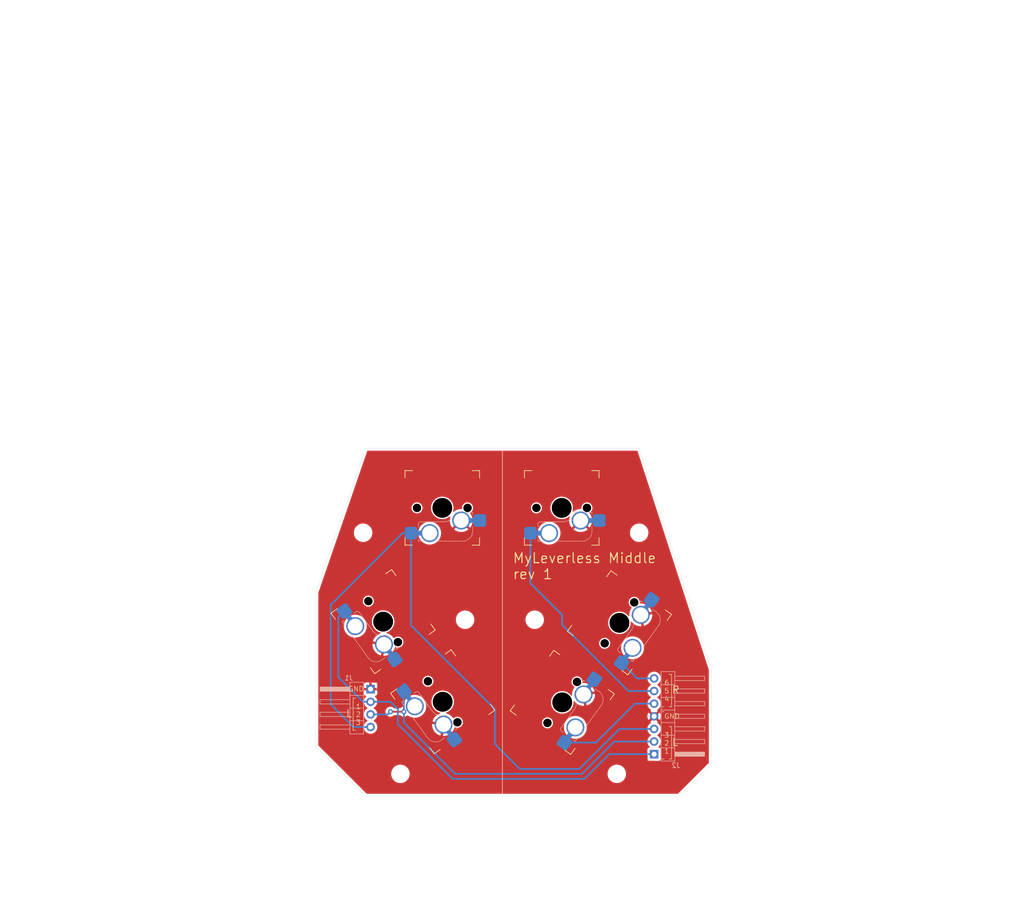
<source format=kicad_pcb>
(kicad_pcb (version 20241229) (generator "pcbnew") (generator_version "9.0")
  (layers (0 "F.Cu" signal) (2 "B.Cu" signal) (13 "F.Paste" user) (15 "B.Paste" user) (5 "F.SilkS" user "F.Silkscreen") (7 "B.SilkS" user "B.Silkscreen") (1 "F.Mask" user) (3 "B.Mask" user) (25 "Edge.Cuts" user))
  (net 0 "")
  (net 1 "M_SW3")
  (net 2 "M_SW1")
  (net 3 "M_SW2")
  (net 4 "M_SW6")
  (net 5 "M_SW4")
  (net 6 "GND")
  (net 7 "M_SW5")
  (footprint "KeySwitches:SW_MX_HotSwap_PTH" (layer "F.Cu") (at 106.42 115.000001)
    (property "Reference" "SW3" (hide yes))
    (property "Value" "SW_Push" (hide yes))
    (fp_line (start -7.5 -7.5) (end -7.5 -6) (stroke (width 0.14)) (layer "F.SilkS"))
    (fp_line (start -7.5 -7.5) (end -6 -7.5) (stroke (width 0.14)) (layer "F.SilkS"))
    (fp_line (start -7.5 7.5) (end -7.5 6) (stroke (width 0.14)) (layer "F.SilkS"))
    (fp_line (start -7.5 7.5) (end -6 7.5) (stroke (width 0.14)) (layer "F.SilkS"))
    (fp_line (start 7.5 -7.5) (end 6 -7.5) (stroke (width 0.14)) (layer "F.SilkS"))
    (fp_line (start 7.5 -7.5) (end 7.5 -6) (stroke (width 0.14)) (layer "F.SilkS"))
    (fp_line (start 7.5 7.5) (end 6 7.5) (stroke (width 0.14)) (layer "F.SilkS"))
    (fp_line (start 7.5 7.5) (end 7.5 6) (stroke (width 0.14)) (layer "F.SilkS"))
    (fp_line (start -4.8 3.8) (end -4.8 3.3) (stroke (width 0.1)) (layer "B.SilkS"))
    (fp_line (start -4.8 6.7) (end -4.8 6.3) (stroke (width 0.1)) (layer "B.SilkS"))
    (fp_line (start -4.3 2.8) (end -0.2 2.8) (stroke (width 0.1)) (layer "B.SilkS"))
    (fp_line (start -3.7 6.7) (end -4.8 6.7) (stroke (width 0.1)) (layer "B.SilkS"))
    (fp_line (start 4.1 6.7) (end -1.4 6.7) (stroke (width 0.1)) (layer "B.SilkS"))
    (fp_line (start 6.1 0.9) (end 4.8 0.900001) (stroke (width 0.1)) (layer "B.SilkS"))
    (fp_line (start 6.1 0.9) (end 6.1 1.3) (stroke (width 0.1)) (layer "B.SilkS"))
    (fp_line (start 6.1 3.8) (end 6.1 4.7) (stroke (width 0.1)) (layer "B.SilkS"))
    (fp_arc (start -4.8 3.3) (mid -4.653553 2.946447) (end -4.3 2.8) (stroke (width 0.1)) (layer "B.SilkS"))
    (fp_arc (start 0.300049 2.796514) (mid 0.050035 2.79971) (end -0.2 2.8) (stroke (width 0.1)) (layer "B.SilkS"))
    (fp_arc (start 2 2) (mid 1.238078 2.585416) (end 0.300049 2.793596) (stroke (width 0.1)) (layer "B.SilkS"))
    (fp_arc (start 2.401036 1.294955) (mid 2.541271 1.03763) (end 2.8 0.900001) (stroke (width 0.1)) (layer "B.SilkS"))
    (fp_arc (start 6.1 4.7) (mid 5.514214 6.114214) (end 4.1 6.7) (stroke (width 0.1)) (layer "B.SilkS"))
    (pad "" np_thru_hole circle (at -5.08 0) (size 1.7 1.7) (drill 1.7) (layers "*.Mask"))
    (pad "" np_thru_hole circle (at 0 0) (size 4 4) (drill 4) (layers "*.Mask"))
    (pad "" np_thru_hole circle (at 5.08 0) (size 1.7 1.7) (drill 1.7) (layers "*.Mask"))
    (pad "1" smd roundrect (at -6.29 5.08) (size 2.5 2.55) (layers "B.Cu" "B.Mask" "B.Paste") (roundrect_rratio 0.2) (net 1 "M_SW3"))
    (pad "1" smd rect (at -4.5 5.08) (size 3 1) (layers "B.Cu") (net 1 "M_SW3"))
    (pad "1" thru_hole circle (at -2.54 5.08) (size 3.6 3.6) (drill 3) (layers "*.Cu" "B.Mask") (net 1 "M_SW3"))
    (pad "2" thru_hole circle (at 3.81 2.54) (size 3.6 3.6) (drill 3) (layers "*.Cu" "B.Mask") (net 6 "GND"))
    (pad "2" smd rect (at 6 2.54) (size 3 1) (layers "B.Cu") (net 6 "GND"))
    (pad "2" smd roundrect (at 7.56 2.54) (size 2.5 2.55) (layers "B.Cu" "B.Mask" "B.Paste") (roundrect_rratio 0.2) (net 6 "GND"))
  )
  (footprint "MountingHole:MountingHole_3.2mm_M3_DIN965" (layer "F.Cu") (at 146 120)
    (property "Reference" "H1" (hide yes))
    (property "Value" "MountingHole" (hide yes))
    (pad "" np_thru_hole circle (at 0 0) (size 3.2 3.2) (drill 3.2) (layers "*.Cu" "*.Mask"))
  )
  (footprint "MountingHole:MountingHole_3.2mm_M3_DIN965" (layer "F.Cu") (at 98 168.5)
    (property "Reference" "H3" (hide yes))
    (property "Value" "MountingHole" (hide yes))
    (pad "" np_thru_hole circle (at 0 0) (size 3.2 3.2) (drill 3.2) (layers "*.Cu" "*.Mask"))
  )
  (footprint "KeySwitches:SW_MX_HotSwap_PTH" (layer "F.Cu") (at 106.5 154 -54.23)
    (property "Reference" "SW2" (hide yes))
    (property "Value" "SW_Push" (hide yes))
    (fp_line (start -7.5 7.5) (end -6 7.5) (stroke (width 0.14)) (layer "F.SilkS"))
    (fp_line (start -7.5 7.5) (end -7.5 6) (stroke (width 0.14)) (layer "F.SilkS"))
    (fp_line (start 7.5 7.5) (end 6 7.5) (stroke (width 0.14)) (layer "F.SilkS"))
    (fp_line (start 7.5 7.5) (end 7.5 6) (stroke (width 0.14)) (layer "F.SilkS"))
    (fp_line (start -7.5 -7.5) (end -7.5 -6) (stroke (width 0.14)) (layer "F.SilkS"))
    (fp_line (start -7.5 -7.5) (end -6 -7.5) (stroke (width 0.14)) (layer "F.SilkS"))
    (fp_line (start 7.5 -7.5) (end 7.5 -6) (stroke (width 0.14)) (layer "F.SilkS"))
    (fp_line (start 7.5 -7.5) (end 6 -7.5) (stroke (width 0.14)) (layer "F.SilkS"))
    (fp_line (start -4.8 6.7) (end -4.8 6.3) (stroke (width 0.1)) (layer "B.SilkS"))
    (fp_line (start -3.7 6.7) (end -4.8 6.7) (stroke (width 0.1)) (layer "B.SilkS"))
    (fp_line (start -4.8 3.8) (end -4.8 3.3) (stroke (width 0.1)) (layer "B.SilkS"))
    (fp_line (start -4.3 2.8) (end -0.2 2.8) (stroke (width 0.1)) (layer "B.SilkS"))
    (fp_line (start 4.1 6.7) (end -1.4 6.7) (stroke (width 0.1)) (layer "B.SilkS"))
    (fp_line (start 6.1 3.8) (end 6.1 4.7) (stroke (width 0.1)) (layer "B.SilkS"))
    (fp_line (start 6.1 0.9) (end 4.8 0.900001) (stroke (width 0.1)) (layer "B.SilkS"))
    (fp_line (start 6.1 0.9) (end 6.1 1.3) (stroke (width 0.1)) (layer "B.SilkS"))
    (fp_arc (start -4.8 3.3) (mid -4.653553 2.946447) (end -4.3 2.8) (stroke (width 0.1)) (layer "B.SilkS"))
    (fp_arc (start 0.300049 2.796514) (mid 0.050035 2.799711) (end -0.2 2.8) (stroke (width 0.1)) (layer "B.SilkS"))
    (fp_arc (start 2 2) (mid 1.238078 2.585416) (end 0.30005 2.793596) (stroke (width 0.1)) (layer "B.SilkS"))
    (fp_arc (start 6.1 4.7) (mid 5.514214 6.114214) (end 4.1 6.7) (stroke (width 0.1)) (layer "B.SilkS"))
    (fp_arc (start 2.401036 1.294955) (mid 2.541271 1.03763) (end 2.8 0.900001) (stroke (width 0.1)) (layer "B.SilkS"))
    (pad "" np_thru_hole circle (at -5.08 0 305.77) (size 1.7 1.7) (drill 1.7) (layers "*.Mask"))
    (pad "" np_thru_hole circle (at 0 0 305.77) (size 4 4) (drill 4) (layers "*.Mask"))
    (pad "" np_thru_hole circle (at 5.08 0 305.77) (size 1.7 1.7) (drill 1.7) (layers "*.Mask"))
    (pad "1" smd roundrect (at -6.29 5.08 305.77) (size 2.5 2.55) (layers "B.Cu" "B.Mask" "B.Paste") (roundrect_rratio 0.2) (net 3 "M_SW2"))
    (pad "1" smd rect (at -4.5 5.08 305.77) (size 3 1) (layers "B.Cu") (net 3 "M_SW2"))
    (pad "1" thru_hole circle (at -2.54 5.08 305.77) (size 3.6 3.6) (drill 3) (layers "*.Cu" "B.Mask") (net 3 "M_SW2"))
    (pad "2" thru_hole circle (at 3.81 2.54 305.77) (size 3.6 3.6) (drill 3) (layers "*.Cu" "B.Mask") (net 6 "GND"))
    (pad "2" smd rect (at 6 2.54 305.77) (size 3 1) (layers "B.Cu") (net 6 "GND"))
    (pad "2" smd roundrect (at 7.56 2.54 305.77) (size 2.5 2.55) (layers "B.Cu" "B.Mask" "B.Paste") (roundrect_rratio 0.2) (net 6 "GND"))
  )
  (footprint "KeySwitches:SW_MX_HotSwap_PTH" (layer "F.Cu") (at 130.530572 154.121759 54.23)
    (property "Reference" "SW4" (hide yes))
    (property "Value" "SW_Push" (hide yes))
    (fp_line (start -7.5 -7.5) (end -6 -7.5) (stroke (width 0.14)) (layer "F.SilkS"))
    (fp_line (start -7.5 -7.5) (end -7.499999 -6) (stroke (width 0.14)) (layer "F.SilkS"))
    (fp_line (start 7.5 -7.5) (end 6 -7.499999) (stroke (width 0.14)) (layer "F.SilkS"))
    (fp_line (start 7.5 -7.5) (end 7.5 -6) (stroke (width 0.14)) (layer "F.SilkS"))
    (fp_line (start -7.5 7.5) (end -7.5 6) (stroke (width 0.14)) (layer "F.SilkS"))
    (fp_line (start -7.5 7.5) (end -6 7.499999) (stroke (width 0.14)) (layer "F.SilkS"))
    (fp_line (start 7.5 7.5) (end 7.499999 6) (stroke (width 0.14)) (layer "F.SilkS"))
    (fp_line (start 7.5 7.5) (end 6 7.5) (stroke (width 0.14)) (layer "F.SilkS"))
    (fp_line (start -4.300001 2.8) (end -0.200001 2.8) (stroke (width 0.1)) (layer "B.SilkS"))
    (fp_line (start -4.8 3.8) (end -4.8 3.3) (stroke (width 0.1)) (layer "B.SilkS"))
    (fp_line (start -4.8 6.7) (end -4.800001 6.3) (stroke (width 0.1)) (layer "B.SilkS"))
    (fp_line (start -3.7 6.700001) (end -4.8 6.7) (stroke (width 0.1)) (layer "B.SilkS"))
    (fp_line (start 6.100001 0.9) (end 4.799999 0.900002) (stroke (width 0.1)) (layer "B.SilkS"))
    (fp_line (start 6.100001 0.9) (end 6.1 1.3) (stroke (width 0.1)) (layer "B.SilkS"))
    (fp_line (start 6.1 3.8) (end 6.1 4.7) (stroke (width 0.1)) (layer "B.SilkS"))
    (fp_line (start 4.1 6.7) (end -1.399999 6.7) (stroke (width 0.1)) (layer "B.SilkS"))
    (fp_arc (start -4.8 3.3) (mid -4.653553 2.946447) (end -4.300001 2.8) (stroke (width 0.1)) (layer "B.SilkS"))
    (fp_arc (start 0.300049 2.796514) (mid 0.050035 2.79971) (end -0.200001 2.8) (stroke (width 0.1)) (layer "B.SilkS"))
    (fp_arc (start 2.401036 1.294955) (mid 2.541271 1.03763) (end 2.799999 0.900001) (stroke (width 0.1)) (layer "B.SilkS"))
    (fp_arc (start 2 2) (mid 1.238077 2.585416) (end 0.300049 2.793596) (stroke (width 0.1)) (layer "B.SilkS"))
    (fp_arc (start 6.1 4.7) (mid 5.514213 6.114214) (end 4.1 6.7) (stroke (width 0.1)) (layer "B.SilkS"))
    (pad "" np_thru_hole circle (at -5.08 -0.000001 54.23) (size 1.7 1.7) (drill 1.7) (layers "*.Mask"))
    (pad "" np_thru_hole circle (at 0 0 54.23) (size 4 4) (drill 4) (layers "*.Mask"))
    (pad "" np_thru_hole circle (at 5.08 0.000001 54.23) (size 1.7 1.7) (drill 1.7) (layers "*.Mask"))
    (pad "1" smd roundrect (at -6.29 5.080001 54.23) (size 2.5 2.55) (layers "B.Cu" "B.Mask" "B.Paste") (roundrect_rratio 0.2) (net 5 "M_SW4"))
    (pad "1" smd rect (at -4.500001 5.08 54.23) (size 3 1) (layers "B.Cu") (net 5 "M_SW4"))
    (pad "1" thru_hole circle (at -2.540001 5.079999 54.23) (size 3.6 3.6) (drill 3) (layers "*.Cu" "B.Mask") (net 5 "M_SW4"))
    (pad "2" thru_hole circle (at 3.81 2.54 54.23) (size 3.6 3.6) (drill 3) (layers "*.Cu" "B.Mask") (net 6 "GND"))
    (pad "2" smd rect (at 6.000001 2.54 54.23) (size 3 1) (layers "B.Cu") (net 6 "GND"))
    (pad "2" smd roundrect (at 7.56 2.540001 54.23) (size 2.5 2.55) (layers "B.Cu" "B.Mask" "B.Paste") (roundrect_rratio 0.2) (net 6 "GND"))
  )
  (footprint "MountingHole:MountingHole_3.2mm_M3_DIN965" (layer "F.Cu") (at 141.5 168.5)
    (property "Reference" "H2" (hide yes))
    (property "Value" "MountingHole" (hide yes))
    (pad "" np_thru_hole circle (at 0 0) (size 3.2 3.2) (drill 3.2) (layers "*.Cu" "*.Mask"))
  )
  (footprint "MountingHole:MountingHole_3.2mm_M3_DIN965" (layer "F.Cu") (at 111 137.5)
    (property "Reference" "H5" (hide yes))
    (property "Value" "MountingHole" (hide yes))
    (pad "" np_thru_hole circle (at 0 0) (size 3.2 3.2) (drill 3.2) (layers "*.Cu" "*.Mask"))
  )
  (footprint "MountingHole:MountingHole_3.2mm_M3_DIN965" (layer "F.Cu") (at 90.5 120)
    (property "Reference" "H4" (hide yes))
    (property "Value" "MountingHole" (hide yes))
    (pad "" np_thru_hole circle (at 0 0) (size 3.2 3.2) (drill 3.2) (layers "*.Cu" "*.Mask"))
  )
  (footprint "KeySwitches:SW_MX_HotSwap_PTH" (layer "F.Cu") (at 94.530572 137.878241 -54.23)
    (property "Reference" "SW1" (hide yes))
    (property "Value" "SW_Push" (hide yes))
    (fp_line (start -7.5 7.5) (end -6 7.5) (stroke (width 0.14)) (layer "F.SilkS"))
    (fp_line (start -7.5 7.5) (end -7.5 6) (stroke (width 0.14)) (layer "F.SilkS"))
    (fp_line (start 7.5 7.5) (end 6 7.5) (stroke (width 0.14)) (layer "F.SilkS"))
    (fp_line (start 7.5 7.5) (end 7.5 6) (stroke (width 0.14)) (layer "F.SilkS"))
    (fp_line (start -7.5 -7.5) (end -7.5 -6) (stroke (width 0.14)) (layer "F.SilkS"))
    (fp_line (start -7.5 -7.5) (end -6 -7.5) (stroke (width 0.14)) (layer "F.SilkS"))
    (fp_line (start 7.5 -7.5) (end 7.5 -6) (stroke (width 0.14)) (layer "F.SilkS"))
    (fp_line (start 7.5 -7.5) (end 6 -7.5) (stroke (width 0.14)) (layer "F.SilkS"))
    (fp_line (start -4.8 6.7) (end -4.8 6.3) (stroke (width 0.1)) (layer "B.SilkS"))
    (fp_line (start -3.7 6.7) (end -4.8 6.7) (stroke (width 0.1)) (layer "B.SilkS"))
    (fp_line (start -4.8 3.8) (end -4.8 3.3) (stroke (width 0.1)) (layer "B.SilkS"))
    (fp_line (start -4.3 2.8) (end -0.2 2.8) (stroke (width 0.1)) (layer "B.SilkS"))
    (fp_line (start 4.1 6.7) (end -1.4 6.7) (stroke (width 0.1)) (layer "B.SilkS"))
    (fp_line (start 6.1 3.8) (end 6.1 4.7) (stroke (width 0.1)) (layer "B.SilkS"))
    (fp_line (start 6.1 0.9) (end 4.8 0.900001) (stroke (width 0.1)) (layer "B.SilkS"))
    (fp_line (start 6.1 0.9) (end 6.1 1.3) (stroke (width 0.1)) (layer "B.SilkS"))
    (fp_arc (start -4.8 3.3) (mid -4.653553 2.946447) (end -4.3 2.8) (stroke (width 0.1)) (layer "B.SilkS"))
    (fp_arc (start 0.300049 2.796514) (mid 0.050035 2.799711) (end -0.2 2.8) (stroke (width 0.1)) (layer "B.SilkS"))
    (fp_arc (start 2 2) (mid 1.238078 2.585416) (end 0.30005 2.793596) (stroke (width 0.1)) (layer "B.SilkS"))
    (fp_arc (start 6.1 4.7) (mid 5.514214 6.114214) (end 4.1 6.7) (stroke (width 0.1)) (layer "B.SilkS"))
    (fp_arc (start 2.401036 1.294955) (mid 2.541271 1.03763) (end 2.8 0.900001) (stroke (width 0.1)) (layer "B.SilkS"))
    (pad "" np_thru_hole circle (at -5.08 0 305.77) (size 1.7 1.7) (drill 1.7) (layers "*.Mask"))
    (pad "" np_thru_hole circle (at 0 0 305.77) (size 4 4) (drill 4) (layers "*.Mask"))
    (pad "" np_thru_hole circle (at 5.08 0 305.77) (size 1.7 1.7) (drill 1.7) (layers "*.Mask"))
    (pad "1" smd roundrect (at -6.29 5.08 305.77) (size 2.5 2.55) (layers "B.Cu" "B.Mask" "B.Paste") (roundrect_rratio 0.2) (net 2 "M_SW1"))
    (pad "1" smd rect (at -4.5 5.08 305.77) (size 3 1) (layers "B.Cu") (net 2 "M_SW1"))
    (pad "1" thru_hole circle (at -2.54 5.08 305.77) (size 3.6 3.6) (drill 3) (layers "*.Cu" "B.Mask") (net 2 "M_SW1"))
    (pad "2" thru_hole circle (at 3.81 2.54 305.77) (size 3.6 3.6) (drill 3) (layers "*.Cu" "B.Mask") (net 6 "GND"))
    (pad "2" smd rect (at 6 2.54 305.77) (size 3 1) (layers "B.Cu") (net 6 "GND"))
    (pad "2" smd roundrect (at 7.56 2.54 305.77) (size 2.5 2.55) (layers "B.Cu" "B.Mask" "B.Paste") (roundrect_rratio 0.2) (net 6 "GND"))
  )
  (footprint "KeySwitches:SW_MX_HotSwap_PTH" (layer "F.Cu") (at 142.030573 138.12176 54.23)
    (property "Reference" "SW6" (hide yes))
    (property "Value" "SW_Push" (hide yes))
    (fp_line (start -7.5 -7.5) (end -6 -7.5) (stroke (width 0.14)) (layer "F.SilkS"))
    (fp_line (start -7.5 -7.5) (end -7.5 -6) (stroke (width 0.14)) (layer "F.SilkS"))
    (fp_line (start 7.5 -7.5) (end 6 -7.5) (stroke (width 0.14)) (layer "F.SilkS"))
    (fp_line (start 7.5 -7.5) (end 7.5 -6) (stroke (width 0.14)) (layer "F.SilkS"))
    (fp_line (start -7.5 7.5) (end -7.5 6) (stroke (width 0.14)) (layer "F.SilkS"))
    (fp_line (start -7.5 7.5) (end -6 7.5) (stroke (width 0.14)) (layer "F.SilkS"))
    (fp_line (start 7.5 7.5) (end 7.5 6) (stroke (width 0.14)) (layer "F.SilkS"))
    (fp_line (start 7.5 7.5) (end 6 7.5) (stroke (width 0.14)) (layer "F.SilkS"))
    (fp_line (start -4.3 2.8) (end -0.2 2.8) (stroke (width 0.1)) (layer "B.SilkS"))
    (fp_line (start -4.8 3.8) (end -4.8 3.3) (stroke (width 0.1)) (layer "B.SilkS"))
    (fp_line (start -4.8 6.7) (end -4.8 6.3) (stroke (width 0.1)) (layer "B.SilkS"))
    (fp_line (start -3.7 6.7) (end -4.8 6.7) (stroke (width 0.1)) (layer "B.SilkS"))
    (fp_line (start 6.1 0.9) (end 4.8 0.900001) (stroke (width 0.1)) (layer "B.SilkS"))
    (fp_line (start 6.1 0.9) (end 6.1 1.3) (stroke (width 0.1)) (layer "B.SilkS"))
    (fp_line (start 6.1 3.8) (end 6.1 4.7) (stroke (width 0.1)) (layer "B.SilkS"))
    (fp_line (start 4.1 6.7) (end -1.4 6.7) (stroke (width 0.1)) (layer "B.SilkS"))
    (fp_arc (start -4.8 3.3) (mid -4.653553 2.946447) (end -4.3 2.8) (stroke (width 0.1)) (layer "B.SilkS"))
    (fp_arc (start 0.300049 2.796514) (mid 0.050035 2.79971) (end -0.2 2.8) (stroke (width 0.1)) (layer "B.SilkS"))
    (fp_arc (start 2.401036 1.294955) (mid 2.541271 1.03763) (end 2.8 0.900001) (stroke (width 0.1)) (layer "B.SilkS"))
    (fp_arc (start 2 2) (mid 1.238078 2.585415) (end 0.300049 2.793596) (stroke (width 0.1)) (layer "B.SilkS"))
    (fp_arc (start 6.1 4.7) (mid 5.514213 6.114214) (end 4.1 6.7) (stroke (width 0.1)) (layer "B.SilkS"))
    (pad "" np_thru_hole circle (at -5.08 0 54.23) (size 1.7 1.7) (drill 1.7) (layers "*.Mask"))
    (pad "" np_thru_hole circle (at 0 0 54.23) (size 4 4) (drill 4) (layers "*.Mask"))
    (pad "" np_thru_hole circle (at 5.08 0 54.23) (size 1.7 1.7) (drill 1.7) (layers "*.Mask"))
    (pad "1" smd roundrect (at -6.29 5.079999 54.23) (size 2.5 2.55) (layers "B.Cu" "B.Mask" "B.Paste") (roundrect_rratio 0.2) (net 4 "M_SW6"))
    (pad "1" smd rect (at -4.5 5.08 54.23) (size 3 1) (layers "B.Cu") (net 4 "M_SW6"))
    (pad "1" thru_hole circle (at -2.54 5.08 54.23) (size 3.6 3.6) (drill 3) (layers "*.Cu" "B.Mask") (net 4 "M_SW6"))
    (pad "2" thru_hole circle (at 3.81 2.54 54.23) (size 3.6 3.6) (drill 3) (layers "*.Cu" "B.Mask") (net 6 "GND"))
    (pad "2" smd rect (at 6 2.54 54.23) (size 3 1) (layers "B.Cu") (net 6 "GND"))
    (pad "2" smd roundrect (at 7.560001 2.54 54.23) (size 2.5 2.55) (layers "B.Cu" "B.Mask" "B.Paste") (roundrect_rratio 0.2) (net 6 "GND"))
  )
  (footprint "KeySwitches:SW_MX_HotSwap_PTH" (layer "F.Cu") (at 130.42 115)
    (property "Reference" "SW5" (hide yes))
    (property "Value" "SW_Push" (hide yes))
    (fp_line (start -7.5 -7.5) (end -7.5 -6) (stroke (width 0.14)) (layer "F.SilkS"))
    (fp_line (start -7.5 -7.5) (end -6 -7.5) (stroke (width 0.14)) (layer "F.SilkS"))
    (fp_line (start -7.5 7.5) (end -7.5 6) (stroke (width 0.14)) (layer "F.SilkS"))
    (fp_line (start -7.5 7.5) (end -6 7.5) (stroke (width 0.14)) (layer "F.SilkS"))
    (fp_line (start 7.5 -7.5) (end 6 -7.5) (stroke (width 0.14)) (layer "F.SilkS"))
    (fp_line (start 7.5 -7.5) (end 7.5 -6) (stroke (width 0.14)) (layer "F.SilkS"))
    (fp_line (start 7.5 7.5) (end 6 7.5) (stroke (width 0.14)) (layer "F.SilkS"))
    (fp_line (start 7.5 7.5) (end 7.5 6) (stroke (width 0.14)) (layer "F.SilkS"))
    (fp_line (start -4.8 3.8) (end -4.8 3.3) (stroke (width 0.1)) (layer "B.SilkS"))
    (fp_line (start -4.8 6.7) (end -4.8 6.3) (stroke (width 0.1)) (layer "B.SilkS"))
    (fp_line (start -4.3 2.8) (end -0.2 2.8) (stroke (width 0.1)) (layer "B.SilkS"))
    (fp_line (start -3.7 6.7) (end -4.8 6.7) (stroke (width 0.1)) (layer "B.SilkS"))
    (fp_line (start 4.1 6.7) (end -1.4 6.7) (stroke (width 0.1)) (layer "B.SilkS"))
    (fp_line (start 6.1 0.9) (end 4.8 0.900001) (stroke (width 0.1)) (layer "B.SilkS"))
    (fp_line (start 6.1 0.9) (end 6.1 1.3) (stroke (width 0.1)) (layer "B.SilkS"))
    (fp_line (start 6.1 3.8) (end 6.1 4.7) (stroke (width 0.1)) (layer "B.SilkS"))
    (fp_arc (start -4.8 3.3) (mid -4.653553 2.946447) (end -4.3 2.8) (stroke (width 0.1)) (layer "B.SilkS"))
    (fp_arc (start 0.300049 2.796514) (mid 0.050035 2.79971) (end -0.2 2.8) (stroke (width 0.1)) (layer "B.SilkS"))
    (fp_arc (start 2 2) (mid 1.238078 2.585415) (end 0.300049 2.793596) (stroke (width 0.1)) (layer "B.SilkS"))
    (fp_arc (start 2.401036 1.294955) (mid 2.541271 1.03763) (end 2.8 0.900001) (stroke (width 0.1)) (layer "B.SilkS"))
    (fp_arc (start 6.1 4.7) (mid 5.514213 6.114214) (end 4.1 6.7) (stroke (width 0.1)) (layer "B.SilkS"))
    (pad "" np_thru_hole circle (at -5.08 0) (size 1.7 1.7) (drill 1.7) (layers "*.Mask"))
    (pad "" np_thru_hole circle (at 0 0) (size 4 4) (drill 4) (layers "*.Mask"))
    (pad "" np_thru_hole circle (at 5.08 0) (size 1.7 1.7) (drill 1.7) (layers "*.Mask"))
    (pad "1" smd roundrect (at -6.29 5.079999) (size 2.5 2.55) (layers "B.Cu" "B.Mask" "B.Paste") (roundrect_rratio 0.2) (net 7 "M_SW5"))
    (pad "1" smd rect (at -4.5 5.08) (size 3 1) (layers "B.Cu") (net 7 "M_SW5"))
    (pad "1" thru_hole circle (at -2.54 5.08) (size 3.6 3.6) (drill 3) (layers "*.Cu" "B.Mask") (net 7 "M_SW5"))
    (pad "2" thru_hole circle (at 3.81 2.54) (size 3.6 3.6) (drill 3) (layers "*.Cu" "B.Mask") (net 6 "GND"))
    (pad "2" smd rect (at 6 2.54) (size 3 1) (layers "B.Cu") (net 6 "GND"))
    (pad "2" smd roundrect (at 7.560001 2.54) (size 2.5 2.55) (layers "B.Cu" "B.Mask" "B.Paste") (roundrect_rratio 0.2) (net 6 "GND"))
  )
  (footprint "MountingHole:MountingHole_3.2mm_M3_DIN965" (layer "F.Cu") (at 125 137.5)
    (property "Reference" "H6" (hide yes))
    (property "Value" "MountingHole" (hide yes))
    (pad "" np_thru_hole circle (at 0 0) (size 3.2 3.2) (drill 3.2) (layers "*.Cu" "*.Mask"))
  )
  (footprint "Connector_PinHeader_2.54mm:PinHeader_1x07_P2.54mm_Horizontal" (layer "B.Cu") (at 149 164.54)
    (property "Reference" "J2" (at 4.385 2.27 0) (layer "B.SilkS") (effects (justify mirror)))
    (property "Value" "Middle")
    (fp_line (start -1.27 0) (end -1.27 1.27) (stroke (width 0.12)) (layer "B.SilkS"))
    (fp_line (start -1.27 1.27) (end 0 1.27) (stroke (width 0.12)) (layer "B.SilkS"))
    (fp_line (start 1.077358 -15.67) (end 1.39 -15.67) (stroke (width 0.12)) (layer "B.SilkS"))
    (fp_line (start 1.077358 -14.81) (end 1.39 -14.81) (stroke (width 0.12)) (layer "B.SilkS"))
    (fp_line (start 1.077358 -13.13) (end 1.39 -13.13) (stroke (width 0.12)) (layer "B.SilkS"))
    (fp_line (start 1.077358 -12.27) (end 1.39 -12.27) (stroke (width 0.12)) (layer "B.SilkS"))
    (fp_line (start 1.077358 -10.59) (end 1.39 -10.59) (stroke (width 0.12)) (layer "B.SilkS"))
    (fp_line (start 1.077358 -9.73) (end 1.39 -9.73) (stroke (width 0.12)) (layer "B.SilkS"))
    (fp_line (start 1.077358 -8.05) (end 1.39 -8.05) (stroke (width 0.12)) (layer "B.SilkS"))
    (fp_line (start 1.077358 -7.19) (end 1.39 -7.19) (stroke (width 0.12)) (layer "B.SilkS"))
    (fp_line (start 1.077358 -5.51) (end 1.39 -5.51) (stroke (width 0.12)) (layer "B.SilkS"))
    (fp_line (start 1.077358 -4.65) (end 1.39 -4.65) (stroke (width 0.12)) (layer "B.SilkS"))
    (fp_line (start 1.077358 -2.97) (end 1.39 -2.97) (stroke (width 0.12)) (layer "B.SilkS"))
    (fp_line (start 1.077358 -2.11) (end 1.39 -2.11) (stroke (width 0.12)) (layer "B.SilkS"))
    (fp_line (start 1.16 -0.43) (end 1.39 -0.43) (stroke (width 0.12)) (layer "B.SilkS"))
    (fp_line (start 1.16 0.43) (end 1.39 0.43) (stroke (width 0.12)) (layer "B.SilkS"))
    (fp_line (start 1.39 -16.62) (end 4.15 -16.62) (stroke (width 0.12)) (layer "B.SilkS"))
    (fp_line (start 1.39 -13.97) (end 4.15 -13.97) (stroke (width 0.12)) (layer "B.SilkS"))
    (fp_line (start 1.39 -11.43) (end 4.15 -11.43) (stroke (width 0.12)) (layer "B.SilkS"))
    (fp_line (start 1.39 -8.89) (end 4.15 -8.89) (stroke (width 0.12)) (layer "B.SilkS"))
    (fp_line (start 1.39 -6.35) (end 4.15 -6.35) (stroke (width 0.12)) (layer "B.SilkS"))
    (fp_line (start 1.39 -3.81) (end 4.15 -3.81) (stroke (width 0.12)) (layer "B.SilkS"))
    (fp_line (start 1.39 -1.27) (end 4.15 -1.27) (stroke (width 0.12)) (layer "B.SilkS"))
    (fp_line (start 1.39 1.38) (end 1.39 -16.62) (stroke (width 0.12)) (layer "B.SilkS"))
    (fp_line (start 4.15 -16.62) (end 4.15 1.38) (stroke (width 0.12)) (layer "B.SilkS"))
    (fp_line (start 4.15 -14.81) (end 10.15 -14.81) (stroke (width 0.12)) (layer "B.SilkS"))
    (fp_line (start 4.15 -12.27) (end 10.15 -12.27) (stroke (width 0.12)) (layer "B.SilkS"))
    (fp_line (start 4.15 -9.73) (end 10.15 -9.73) (stroke (width 0.12)) (layer "B.SilkS"))
    (fp_line (start 4.15 -7.19) (end 10.15 -7.19) (stroke (width 0.12)) (layer "B.SilkS"))
    (fp_line (start 4.15 -4.65) (end 10.15 -4.65) (stroke (width 0.12)) (layer "B.SilkS"))
    (fp_line (start 4.15 -2.11) (end 10.15 -2.11) (stroke (width 0.12)) (layer "B.SilkS"))
    (fp_line (start 4.15 1.38) (end 1.39 1.38) (stroke (width 0.12)) (layer "B.SilkS"))
    (fp_line (start 10.15 -15.67) (end 4.15 -15.67) (stroke (width 0.12)) (layer "B.SilkS"))
    (fp_line (start 10.15 -14.81) (end 10.15 -15.67) (stroke (width 0.12)) (layer "B.SilkS"))
    (fp_line (start 10.15 -13.13) (end 4.15 -13.13) (stroke (width 0.12)) (layer "B.SilkS"))
    (fp_line (start 10.15 -12.27) (end 10.15 -13.13) (stroke (width 0.12)) (layer "B.SilkS"))
    (fp_line (start 10.15 -10.59) (end 4.15 -10.59) (stroke (width 0.12)) (layer "B.SilkS"))
    (fp_line (start 10.15 -9.73) (end 10.15 -10.59) (stroke (width 0.12)) (layer "B.SilkS"))
    (fp_line (start 10.15 -8.05) (end 4.15 -8.05) (stroke (width 0.12)) (layer "B.SilkS"))
    (fp_line (start 10.15 -7.19) (end 10.15 -8.05) (stroke (width 0.12)) (layer "B.SilkS"))
    (fp_line (start 10.15 -5.51) (end 4.15 -5.51) (stroke (width 0.12)) (layer "B.SilkS"))
    (fp_line (start 10.15 -4.65) (end 10.15 -5.51) (stroke (width 0.12)) (layer "B.SilkS"))
    (fp_line (start 10.15 -2.97) (end 4.15 -2.97) (stroke (width 0.12)) (layer "B.SilkS"))
    (fp_line (start 10.15 -2.11) (end 10.15 -2.97) (stroke (width 0.12)) (layer "B.SilkS"))
    (fp_rect (start 4.15 0.43) (end 10.15 -0.43) (stroke (width 0.12)) (fill yes) (layer "B.SilkS"))
    (pad "1" thru_hole rect (at 0 0) (size 1.7 1.7) (drill 1) (layers "*.Cu" "*.Mask") (net 2 "M_SW1"))
    (pad "2" thru_hole circle (at 0 -2.54) (size 1.7 1.7) (drill 1) (layers "*.Cu" "*.Mask") (net 3 "M_SW2"))
    (pad "3" thru_hole circle (at 0 -5.08) (size 1.7 1.7) (drill 1) (layers "*.Cu" "*.Mask") (net 1 "M_SW3"))
    (pad "4" thru_hole circle (at 0 -7.62) (size 1.7 1.7) (drill 1) (layers "*.Cu" "*.Mask") (net 6 "GND"))
    (pad "5" thru_hole circle (at 0 -10.16) (size 1.7 1.7) (drill 1) (layers "*.Cu" "*.Mask") (net 5 "M_SW4"))
    (pad "6" thru_hole circle (at 0 -12.7) (size 1.7 1.7) (drill 1) (layers "*.Cu" "*.Mask") (net 7 "M_SW5"))
    (pad "7" thru_hole circle (at 0 -15.24) (size 1.7 1.7) (drill 1) (layers "*.Cu" "*.Mask") (net 4 "M_SW6"))
  )
  (footprint "Connector_PinHeader_2.54mm:PinHeader_1x04_P2.54mm_Horizontal" (layer "B.Cu") (at 92 151.46 180)
    (property "Reference" "J1" (at 4.385 2.27 0) (layer "B.SilkS") (effects (justify mirror)))
    (property "Value" "MiddleHalf")
    (fp_line (start 10.15 -2.11) (end 10.15 -2.97) (stroke (width 0.12)) (layer "B.SilkS"))
    (fp_line (start 10.15 -2.97) (end 4.15 -2.97) (stroke (width 0.12)) (layer "B.SilkS"))
    (fp_line (start 10.15 -4.65) (end 10.15 -5.51) (stroke (width 0.12)) (layer "B.SilkS"))
    (fp_line (start 10.15 -5.51) (end 4.15 -5.51) (stroke (width 0.12)) (layer "B.SilkS"))
    (fp_line (start 10.15 -7.19) (end 10.15 -8.05) (stroke (width 0.12)) (layer "B.SilkS"))
    (fp_line (start 10.15 -8.05) (end 4.15 -8.05) (stroke (width 0.12)) (layer "B.SilkS"))
    (fp_line (start 4.15 1.38) (end 1.39 1.38) (stroke (width 0.12)) (layer "B.SilkS"))
    (fp_line (start 4.15 -2.11) (end 10.15 -2.11) (stroke (width 0.12)) (layer "B.SilkS"))
    (fp_line (start 4.15 -4.65) (end 10.15 -4.65) (stroke (width 0.12)) (layer "B.SilkS"))
    (fp_line (start 4.15 -7.19) (end 10.15 -7.19) (stroke (width 0.12)) (layer "B.SilkS"))
    (fp_line (start 4.15 -9) (end 4.15 1.38) (stroke (width 0.12)) (layer "B.SilkS"))
    (fp_line (start 1.39 1.38) (end 1.39 -9) (stroke (width 0.12)) (layer "B.SilkS"))
    (fp_line (start 1.39 -1.27) (end 4.15 -1.27) (stroke (width 0.12)) (layer "B.SilkS"))
    (fp_line (start 1.39 -3.81) (end 4.15 -3.81) (stroke (width 0.12)) (layer "B.SilkS"))
    (fp_line (start 1.39 -6.35) (end 4.15 -6.35) (stroke (width 0.12)) (layer "B.SilkS"))
    (fp_line (start 1.39 -9) (end 4.15 -9) (stroke (width 0.12)) (layer "B.SilkS"))
    (fp_line (start 1.16 0.43) (end 1.39 0.43) (stroke (width 0.12)) (layer "B.SilkS"))
    (fp_line (start 1.16 -0.43) (end 1.39 -0.43) (stroke (width 0.12)) (layer "B.SilkS"))
    (fp_line (start 1.077358 -2.11) (end 1.39 -2.11) (stroke (width 0.12)) (layer "B.SilkS"))
    (fp_line (start 1.077358 -2.97) (end 1.39 -2.97) (stroke (width 0.12)) (layer "B.SilkS"))
    (fp_line (start 1.077358 -4.65) (end 1.39 -4.65) (stroke (width 0.12)) (layer "B.SilkS"))
    (fp_line (start 1.077358 -5.51) (end 1.39 -5.51) (stroke (width 0.12)) (layer "B.SilkS"))
    (fp_line (start 1.077358 -7.19) (end 1.39 -7.19) (stroke (width 0.12)) (layer "B.SilkS"))
    (fp_line (start 1.077358 -8.05) (end 1.39 -8.05) (stroke (width 0.12)) (layer "B.SilkS"))
    (fp_line (start -1.27 1.27) (end 0 1.27) (stroke (width 0.12)) (layer "B.SilkS"))
    (fp_line (start -1.27 0) (end -1.27 1.27) (stroke (width 0.12)) (layer "B.SilkS"))
    (fp_rect (start 4.15 0.43) (end 10.15 -0.43) (stroke (width 0.12)) (fill yes) (layer "B.SilkS"))
    (pad "1" thru_hole rect (at 0 0 180) (size 1.7 1.7) (drill 1) (layers "*.Cu" "*.Mask") (net 6 "GND"))
    (pad "2" thru_hole circle (at 0 -2.54 180) (size 1.7 1.7) (drill 1) (layers "*.Cu" "*.Mask") (net 2 "M_SW1"))
    (pad "3" thru_hole circle (at 0 -5.08 180) (size 1.7 1.7) (drill 1) (layers "*.Cu" "*.Mask") (net 3 "M_SW2"))
    (pad "4" thru_hole circle (at 0 -7.62 180) (size 1.7 1.7) (drill 1) (layers "*.Cu" "*.Mask") (net 1 "M_SW3"))
  )
  (gr_line (start 151 165.5) (end 150.5 165.5) (stroke (width 0.1)) (layer "F.SilkS"))
  (gr_line (start 88.5 153.25) (end 89 153.25) (stroke (width 0.1)) (layer "F.SilkS"))
  (gr_line (start 152.5 148.5) (end 152.5 155) (stroke (width 0.1)) (layer "F.SilkS"))
  (gr_line (start 150.5 155) (end 151 155) (stroke (width 0.1)) (layer "F.SilkS"))
  (gr_line (start 150.5 156) (end 151 156) (stroke (width 0.1)) (layer "F.SilkS"))
  (gr_line (start 88.5 153.25) (end 88.5 159.75) (stroke (width 0.1)) (layer "F.SilkS"))
  (gr_line (start 118.5 103.5) (end 118.5 172.5) (stroke (width 0.1)) (layer "F.SilkS"))
  (gr_line (start 89 159.75) (end 88.5 159.75) (stroke (width 0.1)) (layer "F.SilkS"))
  (gr_line (start 152.5 159) (end 152.5 165.5) (stroke (width 0.1)) (layer "F.SilkS"))
  (gr_line (start 152.5 155) (end 152 155) (stroke (width 0.1)) (layer "F.SilkS"))
  (gr_line (start 152 148.5) (end 152.5 148.5) (stroke (width 0.1)) (layer "F.SilkS"))
  (gr_line (start 152.5 165.5) (end 152 165.5) (stroke (width 0.1)) (layer "F.SilkS"))
  (gr_line (start 152 159) (end 152.5 159) (stroke (width 0.1)) (layer "F.SilkS"))
  (gr_line (start 118.5 103.5) (end 118.5 172.5) (stroke (width 0.1)) (layer "B.SilkS"))
  (gr_line (start 91 173) (end 81 163) (stroke (width 0.05)) (layer "Edge.Cuts"))
  (gr_line (start 81 163) (end 81 132) (stroke (width 0.05)) (layer "Edge.Cuts"))
  (gr_line (start 91 103) (end 146 103) (stroke (width 0.05)) (layer "Edge.Cuts"))
  (gr_line (start 146 103) (end 160.5 147.5) (stroke (width 0.05)) (layer "Edge.Cuts"))
  (gr_line (start 154 173) (end 91 173) (stroke (width 0.05)) (layer "Edge.Cuts"))
  (gr_line (start 160.5 147.5) (end 160.5 166.5) (stroke (width 0.05)) (layer "Edge.Cuts"))
  (gr_line (start 160.5 166.5) (end 154 173) (stroke (width 0.05)) (layer "Edge.Cuts"))
  (gr_line (start 81 132) (end 91 103) (stroke (width 0.05)) (layer "Edge.Cuts"))
  (gr_text "L" (at 152.5 163 0) (layer "F.SilkS") (effects (font (size 1.5 1.5)) (justify left bottom)))
  (gr_text "6\n5\n4" (at 151 154 0) (layer "F.SilkS") (effects (font (size 1 1) (thickness 0.1)) (justify left bottom)))
  (gr_text "R" (at 152.5 152.5 0) (layer "F.SilkS") (effects (font (size 1.5 1.5)) (justify left bottom)))
  (gr_text "GND" (at 87.5 152 0) (layer "F.SilkS") (effects (font (size 1 1) (thickness 0.1)) (justify left bottom)))
  (gr_text "1\n2\n3" (at 89 158.75 0) (layer "F.SilkS") (effects (font (size 1 1) (thickness 0.1)) (justify left bottom)))
  (gr_text "L" (at 87 157.25 0) (layer "F.SilkS") (effects (font (size 1.5 1.5)) (justify left bottom)))
  (gr_text "GND" (at 151 157.5 0) (layer "F.SilkS") (effects (font (size 1 1) (thickness 0.1)) (justify left bottom)))
  (gr_text "3\n2\n1" (at 151 164.5 0) (layer "F.SilkS") (effects (font (size 1 1) (thickness 0.1)) (justify left bottom)))
  (gr_text "MyLeverless Middle\nrev 1" (at 120.5 129.5 0) (layer "F.SilkS") (effects (font (size 2 2) (thickness 0.2)) (justify left bottom)))
  (segment (start 100.13 138.63) (end 117 155.5) (width 0.35) (layer "B.Cu") (net 1))
  (segment (start 100.13 120.08) (end 100.13 138.63) (width 0.35) (layer "B.Cu") (net 1))
  (segment (start 142.04 159.46) (end 149 159.46) (width 0.35) (layer "B.Cu") (net 1))
  (segment (start 84 154.5) (end 88.58 159.08) (width 0.35) (layer "B.Cu") (net 1))
  (segment (start 134 167.5) (end 142.04 159.46) (width 0.35) (layer "B.Cu") (net 1))
  (segment (start 100.13 120.08) (end 98.42 120.08) (width 0.35) (layer "B.Cu") (net 1))
  (segment (start 84 134.5) (end 84 154.5) (width 0.35) (layer "B.Cu") (net 1))
  (segment (start 117 155.5) (end 117 162.5) (width 0.35) (layer "B.Cu") (net 1))
  (segment (start 98.42 120.08) (end 84 134.5) (width 0.35) (layer "B.Cu") (net 1))
  (segment (start 117 162.5) (end 122 167.5) (width 0.35) (layer "B.Cu") (net 1))
  (segment (start 100.13 120.08) (end 101.92 120.080001) (width 0.35) (layer "B.Cu") (net 1))
  (segment (start 88.58 159.08) (end 92 159.08) (width 0.35) (layer "B.Cu") (net 1))
  (segment (start 122 167.5) (end 134 167.5) (width 0.35) (layer "B.Cu") (net 1))
  (segment (start 108.5 169.5) (end 135 169.5) (width 0.35) (layer "B.Cu") (net 2))
  (segment (start 140.04 164.54) (end 149 164.54) (width 0.35) (layer "B.Cu") (net 2))
  (segment (start 97.5 158.5) (end 108.5 169.5) (width 0.35) (layer "B.Cu") (net 2))
  (segment (start 86.732101 135.74415) (end 85.5 136.976251) (width 0.35) (layer "B.Cu") (net 2))
  (segment (start 140 164.5) (end 140.04 164.54) (width 0.35) (layer "B.Cu") (net 2))
  (segment (start 90.5 154) (end 92 154) (width 0.35) (layer "B.Cu") (net 2))
  (segment (start 92 154) (end 96 154) (width 0.35) (layer "B.Cu") (net 2))
  (segment (start 97.5 155.5) (end 97.5 158.5) (width 0.35) (layer "B.Cu") (net 2))
  (segment (start 85.5 149) (end 90.5 154) (width 0.35) (layer "B.Cu") (net 2))
  (segment (start 85.5 136.976251) (end 85.5 149) (width 0.35) (layer "B.Cu") (net 2))
  (segment (start 96 154) (end 97.5 155.5) (width 0.35) (layer "B.Cu") (net 2))
  (segment (start 135 169.5) (end 140 164.5) (width 0.35) (layer "B.Cu") (net 2))
  (segment (start 98.701529 156) (end 96 156) (width 0.35) (layer "F.Cu") (net 3))
  (via (at 96 156) (size 1) (drill 0.5) (layers "F.Cu" "B.Cu") (net 3))
  (via (at 98.701529 156) (size 1) (drill 0.5) (layers "F.Cu" "B.Cu") (net 3))
  (segment (start 134.5 168.5) (end 141 162) (width 0.35) (layer "B.Cu") (net 3))
  (segment (start 95.46 156.54) (end 92 156.54) (width 0.35) (layer "B.Cu") (net 3))
  (segment (start 109 168.5) (end 134.5 168.5) (width 0.35) (layer "B.Cu") (net 3))
  (segment (start 98.701529 151.865909) (end 98.701529 156) (width 0.35) (layer "B.Cu") (net 3))
  (segment (start 96 156) (end 95.46 156.54) (width 0.35) (layer "B.Cu") (net 3))
  (segment (start 98.701529 156) (end 98.701529 158.201529) (width 0.35) (layer "B.Cu") (net 3))
  (segment (start 98.701529 158.201529) (end 109 168.5) (width 0.35) (layer "B.Cu") (net 3))
  (segment (start 141 162) (end 149 162) (width 0.35) (layer "B.Cu") (net 3))
  (segment (start 142.47562 146.194704) (end 145.580916 149.3) (width 0.35) (layer "B.Cu") (net 4))
  (segment (start 145.580916 149.3) (end 149 149.3) (width 0.35) (layer "B.Cu") (net 4))
  (segment (start 145.12 154.38) (end 149 154.38) (width 0.35) (layer "B.Cu") (net 5))
  (segment (start 137.305296 162.194704) (end 145.12 154.38) (width 0.35) (layer "B.Cu") (net 5))
  (segment (start 130.97562 162.194704) (end 137.305296 162.194704) (width 0.35) (layer "B.Cu") (net 5))
  (segment (start 130.5 136.5) (end 130.5 138.5) (width 0.35) (layer "B.Cu") (net 7))
  (segment (start 130.5 138.5) (end 143.84 151.84) (width 0.35) (layer "B.Cu") (net 7))
  (segment (start 124.13 120.079999) (end 124.13 130.13) (width 0.35) (layer "B.Cu") (net 7))
  (segment (start 124.13 130.13) (end 130.5 136.5) (width 0.35) (layer "B.Cu") (net 7))
  (segment (start 143.84 151.84) (end 149 151.84) (width 0.35) (layer "B.Cu") (net 7))
  (zone (net 6) (net_name "GND") (layer "F.Cu") (connect_pads (clearance 0.5)) (min_thickness 0.25) (fill yes (thermal_gap 0.5) (thermal_bridge_width 0.5))
    (polygon (pts (xy 67 97.5) (xy 70.5 180) (xy 173.5 178) (xy 162.5 96)))
  )
)
</source>
